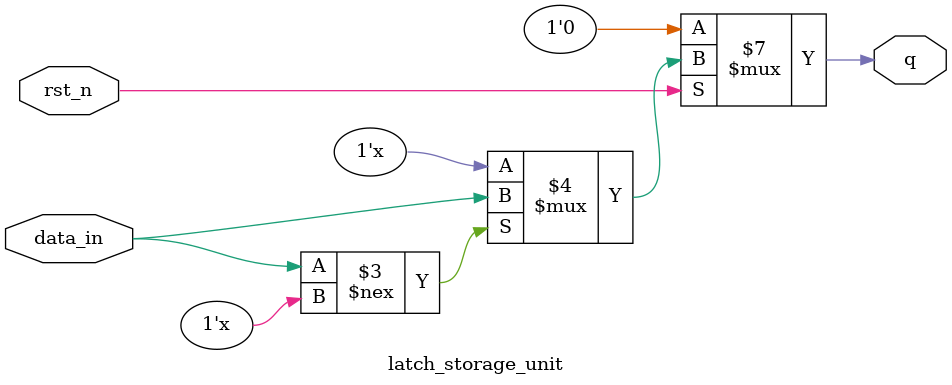
<source format=sv>
module d_latch_async_rst (
    input wire d,
    input wire enable,
    input wire rst_n,    // Active low reset
    output wire q
);
    // 内部连线
    wire data_gated;
    
    // 实例化子模块
    latch_input_controller input_ctrl (
        .d(d),
        .enable(enable),
        .data_gated(data_gated)
    );
    
    latch_storage_unit storage_unit (
        .data_in(data_gated),
        .rst_n(rst_n),
        .q(q)
    );
    
endmodule

// 输入控制子模块
module latch_input_controller (
    input wire d,
    input wire enable,
    output wire data_gated
);
    // 控制数据何时可以通过
    assign data_gated = enable ? d : 1'bz;
endmodule

// 存储单元子模块
module latch_storage_unit (
    input wire data_in,
    input wire rst_n,
    output reg q
);
    // 存储元素实现，优化敏感列表和时序
    always @(data_in, rst_n) begin
        if (!rst_n)
            q <= 1'b0;
        else if (data_in !== 1'bz)
            q <= data_in;
    end
endmodule
</source>
